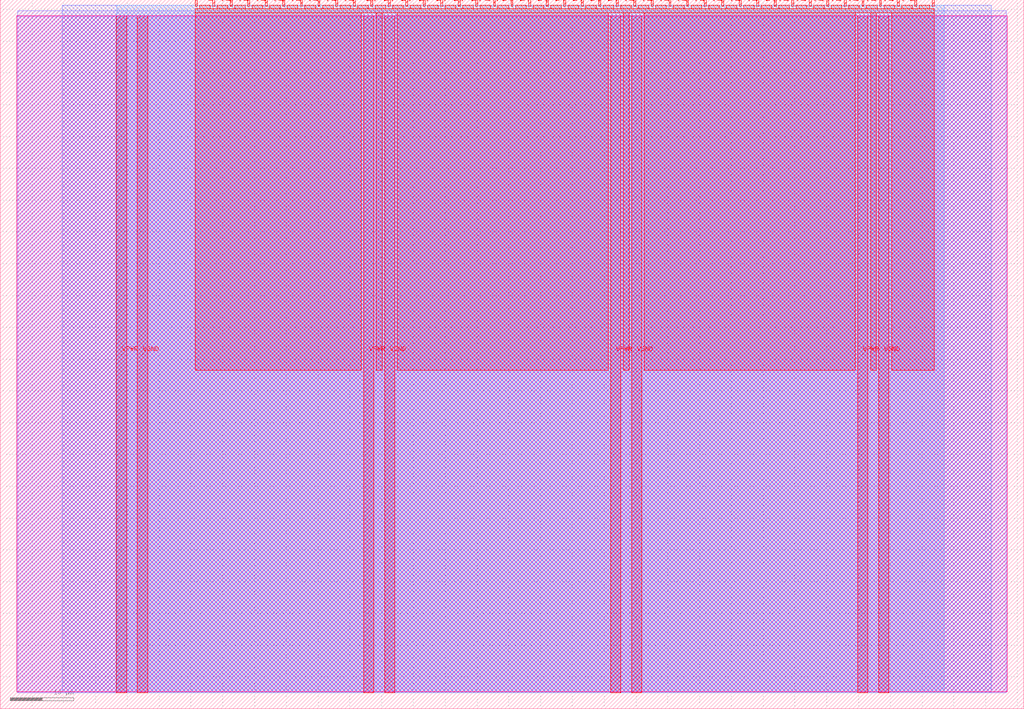
<source format=lef>
VERSION 5.7 ;
  NOWIREEXTENSIONATPIN ON ;
  DIVIDERCHAR "/" ;
  BUSBITCHARS "[]" ;
MACRO tt_um_anas_7193
  CLASS BLOCK ;
  FOREIGN tt_um_anas_7193 ;
  ORIGIN 0.000 0.000 ;
  SIZE 161.000 BY 111.520 ;
  PIN VGND
    DIRECTION INOUT ;
    USE GROUND ;
    PORT
      LAYER met4 ;
        RECT 21.580 2.480 23.180 109.040 ;
    END
    PORT
      LAYER met4 ;
        RECT 60.450 2.480 62.050 109.040 ;
    END
    PORT
      LAYER met4 ;
        RECT 99.320 2.480 100.920 109.040 ;
    END
    PORT
      LAYER met4 ;
        RECT 138.190 2.480 139.790 109.040 ;
    END
  END VGND
  PIN VPWR
    DIRECTION INOUT ;
    USE POWER ;
    PORT
      LAYER met4 ;
        RECT 18.280 2.480 19.880 109.040 ;
    END
    PORT
      LAYER met4 ;
        RECT 57.150 2.480 58.750 109.040 ;
    END
    PORT
      LAYER met4 ;
        RECT 96.020 2.480 97.620 109.040 ;
    END
    PORT
      LAYER met4 ;
        RECT 134.890 2.480 136.490 109.040 ;
    END
  END VPWR
  PIN clk
    DIRECTION INPUT ;
    USE SIGNAL ;
    ANTENNAGATEAREA 0.852000 ;
    PORT
      LAYER met4 ;
        RECT 143.830 110.520 144.130 111.520 ;
    END
  END clk
  PIN ena
    DIRECTION INPUT ;
    USE SIGNAL ;
    ANTENNAGATEAREA 0.213000 ;
    PORT
      LAYER met4 ;
        RECT 146.590 110.520 146.890 111.520 ;
    END
  END ena
  PIN rst_n
    DIRECTION INPUT ;
    USE SIGNAL ;
    ANTENNAGATEAREA 0.213000 ;
    PORT
      LAYER met4 ;
        RECT 141.070 110.520 141.370 111.520 ;
    END
  END rst_n
  PIN ui_in[0]
    DIRECTION INPUT ;
    USE SIGNAL ;
    ANTENNAGATEAREA 0.213000 ;
    PORT
      LAYER met4 ;
        RECT 138.310 110.520 138.610 111.520 ;
    END
  END ui_in[0]
  PIN ui_in[1]
    DIRECTION INPUT ;
    USE SIGNAL ;
    ANTENNAGATEAREA 0.213000 ;
    PORT
      LAYER met4 ;
        RECT 135.550 110.520 135.850 111.520 ;
    END
  END ui_in[1]
  PIN ui_in[2]
    DIRECTION INPUT ;
    USE SIGNAL ;
    ANTENNAGATEAREA 0.196500 ;
    PORT
      LAYER met4 ;
        RECT 132.790 110.520 133.090 111.520 ;
    END
  END ui_in[2]
  PIN ui_in[3]
    DIRECTION INPUT ;
    USE SIGNAL ;
    ANTENNAGATEAREA 0.196500 ;
    PORT
      LAYER met4 ;
        RECT 130.030 110.520 130.330 111.520 ;
    END
  END ui_in[3]
  PIN ui_in[4]
    DIRECTION INPUT ;
    USE SIGNAL ;
    ANTENNAGATEAREA 0.196500 ;
    PORT
      LAYER met4 ;
        RECT 127.270 110.520 127.570 111.520 ;
    END
  END ui_in[4]
  PIN ui_in[5]
    DIRECTION INPUT ;
    USE SIGNAL ;
    ANTENNAGATEAREA 0.196500 ;
    PORT
      LAYER met4 ;
        RECT 124.510 110.520 124.810 111.520 ;
    END
  END ui_in[5]
  PIN ui_in[6]
    DIRECTION INPUT ;
    USE SIGNAL ;
    ANTENNAGATEAREA 0.196500 ;
    PORT
      LAYER met4 ;
        RECT 121.750 110.520 122.050 111.520 ;
    END
  END ui_in[6]
  PIN ui_in[7]
    DIRECTION INPUT ;
    USE SIGNAL ;
    ANTENNAGATEAREA 0.196500 ;
    PORT
      LAYER met4 ;
        RECT 118.990 110.520 119.290 111.520 ;
    END
  END ui_in[7]
  PIN uio_in[0]
    DIRECTION INPUT ;
    USE SIGNAL ;
    ANTENNAGATEAREA 0.213000 ;
    PORT
      LAYER met4 ;
        RECT 116.230 110.520 116.530 111.520 ;
    END
  END uio_in[0]
  PIN uio_in[1]
    DIRECTION INPUT ;
    USE SIGNAL ;
    ANTENNAGATEAREA 0.196500 ;
    PORT
      LAYER met4 ;
        RECT 113.470 110.520 113.770 111.520 ;
    END
  END uio_in[1]
  PIN uio_in[2]
    DIRECTION INPUT ;
    USE SIGNAL ;
    ANTENNAGATEAREA 0.196500 ;
    PORT
      LAYER met4 ;
        RECT 110.710 110.520 111.010 111.520 ;
    END
  END uio_in[2]
  PIN uio_in[3]
    DIRECTION INPUT ;
    USE SIGNAL ;
    ANTENNAGATEAREA 0.196500 ;
    PORT
      LAYER met4 ;
        RECT 107.950 110.520 108.250 111.520 ;
    END
  END uio_in[3]
  PIN uio_in[4]
    DIRECTION INPUT ;
    USE SIGNAL ;
    ANTENNAGATEAREA 0.196500 ;
    PORT
      LAYER met4 ;
        RECT 105.190 110.520 105.490 111.520 ;
    END
  END uio_in[4]
  PIN uio_in[5]
    DIRECTION INPUT ;
    USE SIGNAL ;
    ANTENNAGATEAREA 0.196500 ;
    PORT
      LAYER met4 ;
        RECT 102.430 110.520 102.730 111.520 ;
    END
  END uio_in[5]
  PIN uio_in[6]
    DIRECTION INPUT ;
    USE SIGNAL ;
    ANTENNAGATEAREA 0.196500 ;
    PORT
      LAYER met4 ;
        RECT 99.670 110.520 99.970 111.520 ;
    END
  END uio_in[6]
  PIN uio_in[7]
    DIRECTION INPUT ;
    USE SIGNAL ;
    ANTENNAGATEAREA 0.196500 ;
    PORT
      LAYER met4 ;
        RECT 96.910 110.520 97.210 111.520 ;
    END
  END uio_in[7]
  PIN uio_oe[0]
    DIRECTION OUTPUT ;
    USE SIGNAL ;
    PORT
      LAYER met4 ;
        RECT 49.990 110.520 50.290 111.520 ;
    END
  END uio_oe[0]
  PIN uio_oe[1]
    DIRECTION OUTPUT ;
    USE SIGNAL ;
    PORT
      LAYER met4 ;
        RECT 47.230 110.520 47.530 111.520 ;
    END
  END uio_oe[1]
  PIN uio_oe[2]
    DIRECTION OUTPUT ;
    USE SIGNAL ;
    PORT
      LAYER met4 ;
        RECT 44.470 110.520 44.770 111.520 ;
    END
  END uio_oe[2]
  PIN uio_oe[3]
    DIRECTION OUTPUT ;
    USE SIGNAL ;
    PORT
      LAYER met4 ;
        RECT 41.710 110.520 42.010 111.520 ;
    END
  END uio_oe[3]
  PIN uio_oe[4]
    DIRECTION OUTPUT ;
    USE SIGNAL ;
    PORT
      LAYER met4 ;
        RECT 38.950 110.520 39.250 111.520 ;
    END
  END uio_oe[4]
  PIN uio_oe[5]
    DIRECTION OUTPUT ;
    USE SIGNAL ;
    PORT
      LAYER met4 ;
        RECT 36.190 110.520 36.490 111.520 ;
    END
  END uio_oe[5]
  PIN uio_oe[6]
    DIRECTION OUTPUT ;
    USE SIGNAL ;
    PORT
      LAYER met4 ;
        RECT 33.430 110.520 33.730 111.520 ;
    END
  END uio_oe[6]
  PIN uio_oe[7]
    DIRECTION OUTPUT ;
    USE SIGNAL ;
    PORT
      LAYER met4 ;
        RECT 30.670 110.520 30.970 111.520 ;
    END
  END uio_oe[7]
  PIN uio_out[0]
    DIRECTION OUTPUT ;
    USE SIGNAL ;
    PORT
      LAYER met4 ;
        RECT 72.070 110.520 72.370 111.520 ;
    END
  END uio_out[0]
  PIN uio_out[1]
    DIRECTION OUTPUT ;
    USE SIGNAL ;
    PORT
      LAYER met4 ;
        RECT 69.310 110.520 69.610 111.520 ;
    END
  END uio_out[1]
  PIN uio_out[2]
    DIRECTION OUTPUT ;
    USE SIGNAL ;
    PORT
      LAYER met4 ;
        RECT 66.550 110.520 66.850 111.520 ;
    END
  END uio_out[2]
  PIN uio_out[3]
    DIRECTION OUTPUT ;
    USE SIGNAL ;
    PORT
      LAYER met4 ;
        RECT 63.790 110.520 64.090 111.520 ;
    END
  END uio_out[3]
  PIN uio_out[4]
    DIRECTION OUTPUT ;
    USE SIGNAL ;
    PORT
      LAYER met4 ;
        RECT 61.030 110.520 61.330 111.520 ;
    END
  END uio_out[4]
  PIN uio_out[5]
    DIRECTION OUTPUT ;
    USE SIGNAL ;
    PORT
      LAYER met4 ;
        RECT 58.270 110.520 58.570 111.520 ;
    END
  END uio_out[5]
  PIN uio_out[6]
    DIRECTION OUTPUT ;
    USE SIGNAL ;
    PORT
      LAYER met4 ;
        RECT 55.510 110.520 55.810 111.520 ;
    END
  END uio_out[6]
  PIN uio_out[7]
    DIRECTION OUTPUT ;
    USE SIGNAL ;
    PORT
      LAYER met4 ;
        RECT 52.750 110.520 53.050 111.520 ;
    END
  END uio_out[7]
  PIN uo_out[0]
    DIRECTION OUTPUT ;
    USE SIGNAL ;
    ANTENNADIFFAREA 0.445500 ;
    PORT
      LAYER met4 ;
        RECT 94.150 110.520 94.450 111.520 ;
    END
  END uo_out[0]
  PIN uo_out[1]
    DIRECTION OUTPUT ;
    USE SIGNAL ;
    ANTENNAGATEAREA 1.489500 ;
    ANTENNADIFFAREA 0.891000 ;
    PORT
      LAYER met4 ;
        RECT 91.390 110.520 91.690 111.520 ;
    END
  END uo_out[1]
  PIN uo_out[2]
    DIRECTION OUTPUT ;
    USE SIGNAL ;
    ANTENNAGATEAREA 1.363500 ;
    ANTENNADIFFAREA 0.891000 ;
    PORT
      LAYER met4 ;
        RECT 88.630 110.520 88.930 111.520 ;
    END
  END uo_out[2]
  PIN uo_out[3]
    DIRECTION OUTPUT ;
    USE SIGNAL ;
    ANTENNAGATEAREA 1.116000 ;
    ANTENNADIFFAREA 0.891000 ;
    PORT
      LAYER met4 ;
        RECT 85.870 110.520 86.170 111.520 ;
    END
  END uo_out[3]
  PIN uo_out[4]
    DIRECTION OUTPUT ;
    USE SIGNAL ;
    ANTENNAGATEAREA 0.994500 ;
    ANTENNADIFFAREA 0.891000 ;
    PORT
      LAYER met4 ;
        RECT 83.110 110.520 83.410 111.520 ;
    END
  END uo_out[4]
  PIN uo_out[5]
    DIRECTION OUTPUT ;
    USE SIGNAL ;
    ANTENNAGATEAREA 1.116000 ;
    ANTENNADIFFAREA 0.891000 ;
    PORT
      LAYER met4 ;
        RECT 80.350 110.520 80.650 111.520 ;
    END
  END uo_out[5]
  PIN uo_out[6]
    DIRECTION OUTPUT ;
    USE SIGNAL ;
    ANTENNAGATEAREA 1.237500 ;
    ANTENNADIFFAREA 0.891000 ;
    PORT
      LAYER met4 ;
        RECT 77.590 110.520 77.890 111.520 ;
    END
  END uo_out[6]
  PIN uo_out[7]
    DIRECTION OUTPUT ;
    USE SIGNAL ;
    ANTENNADIFFAREA 0.795200 ;
    PORT
      LAYER met4 ;
        RECT 74.830 110.520 75.130 111.520 ;
    END
  END uo_out[7]
  OBS
      LAYER nwell ;
        RECT 2.570 2.635 158.430 108.990 ;
      LAYER li1 ;
        RECT 2.760 2.635 158.240 108.885 ;
      LAYER met1 ;
        RECT 2.760 2.480 158.240 109.780 ;
      LAYER met2 ;
        RECT 9.760 2.535 155.840 110.685 ;
      LAYER met3 ;
        RECT 18.290 2.555 148.515 110.665 ;
      LAYER met4 ;
        RECT 31.370 110.120 33.030 110.665 ;
        RECT 34.130 110.120 35.790 110.665 ;
        RECT 36.890 110.120 38.550 110.665 ;
        RECT 39.650 110.120 41.310 110.665 ;
        RECT 42.410 110.120 44.070 110.665 ;
        RECT 45.170 110.120 46.830 110.665 ;
        RECT 47.930 110.120 49.590 110.665 ;
        RECT 50.690 110.120 52.350 110.665 ;
        RECT 53.450 110.120 55.110 110.665 ;
        RECT 56.210 110.120 57.870 110.665 ;
        RECT 58.970 110.120 60.630 110.665 ;
        RECT 61.730 110.120 63.390 110.665 ;
        RECT 64.490 110.120 66.150 110.665 ;
        RECT 67.250 110.120 68.910 110.665 ;
        RECT 70.010 110.120 71.670 110.665 ;
        RECT 72.770 110.120 74.430 110.665 ;
        RECT 75.530 110.120 77.190 110.665 ;
        RECT 78.290 110.120 79.950 110.665 ;
        RECT 81.050 110.120 82.710 110.665 ;
        RECT 83.810 110.120 85.470 110.665 ;
        RECT 86.570 110.120 88.230 110.665 ;
        RECT 89.330 110.120 90.990 110.665 ;
        RECT 92.090 110.120 93.750 110.665 ;
        RECT 94.850 110.120 96.510 110.665 ;
        RECT 97.610 110.120 99.270 110.665 ;
        RECT 100.370 110.120 102.030 110.665 ;
        RECT 103.130 110.120 104.790 110.665 ;
        RECT 105.890 110.120 107.550 110.665 ;
        RECT 108.650 110.120 110.310 110.665 ;
        RECT 111.410 110.120 113.070 110.665 ;
        RECT 114.170 110.120 115.830 110.665 ;
        RECT 116.930 110.120 118.590 110.665 ;
        RECT 119.690 110.120 121.350 110.665 ;
        RECT 122.450 110.120 124.110 110.665 ;
        RECT 125.210 110.120 126.870 110.665 ;
        RECT 127.970 110.120 129.630 110.665 ;
        RECT 130.730 110.120 132.390 110.665 ;
        RECT 133.490 110.120 135.150 110.665 ;
        RECT 136.250 110.120 137.910 110.665 ;
        RECT 139.010 110.120 140.670 110.665 ;
        RECT 141.770 110.120 143.430 110.665 ;
        RECT 144.530 110.120 146.190 110.665 ;
        RECT 30.655 109.440 146.905 110.120 ;
        RECT 30.655 53.215 56.750 109.440 ;
        RECT 59.150 53.215 60.050 109.440 ;
        RECT 62.450 53.215 95.620 109.440 ;
        RECT 98.020 53.215 98.920 109.440 ;
        RECT 101.320 53.215 134.490 109.440 ;
        RECT 136.890 53.215 137.790 109.440 ;
        RECT 140.190 53.215 146.905 109.440 ;
  END
END tt_um_anas_7193
END LIBRARY


</source>
